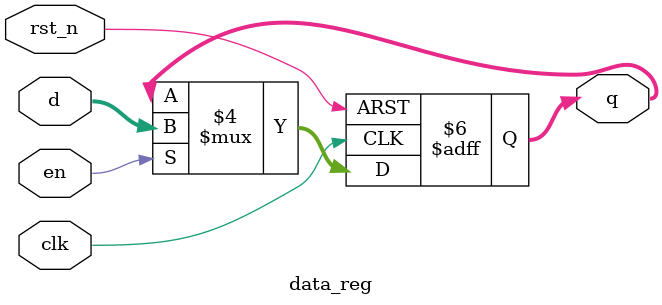
<source format=sv>
/*******************************************************************************
 * module name : data_reg
 * version     : 1.0
 * description : the module is a d flip-flop with a configurable input width.
 *      parameter(s):
 *        WIDTH : width of the input in bits
 *      input(s):
 *        - clk   : clock
 *        - rst_n : asynchronous active-low reset
 *        - en    : enable signal
 *        - d     : input data
 *      output(s):
 *        - q : output data
 ******************************************************************************/

module data_reg #(parameter WIDTH = 32)(
    input  logic             clk,
    input  logic             rst_n,
    input  logic             en,
    input  logic [WIDTH-1:0] d,
    output logic [WIDTH-1:0] q );

    always_ff @(posedge clk, negedge rst_n) begin
        if (!rst_n) begin
            q <= '0;
        end
        else begin
            if (en == 1'b1) begin
                q <= d;
            end
        end
    end

endmodule : data_reg
</source>
